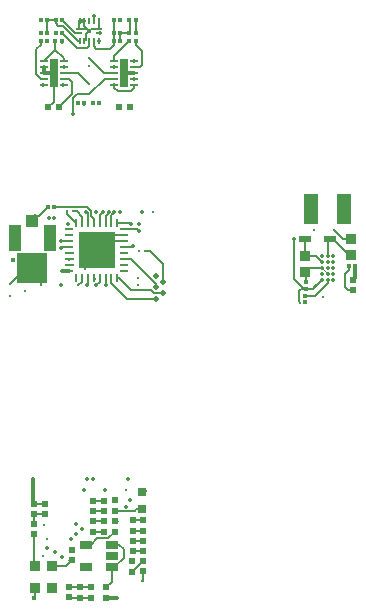
<source format=gbr>
G04 #@! TF.GenerationSoftware,KiCad,Pcbnew,(5.1.4)-1*
G04 #@! TF.CreationDate,2020-08-13T23:55:02-07:00*
G04 #@! TF.ProjectId,Kicad_LFOV_RigidFlex_Assembly,4b696361-645f-44c4-964f-565f52696769,rev?*
G04 #@! TF.SameCoordinates,Original*
G04 #@! TF.FileFunction,Copper,L1,Top*
G04 #@! TF.FilePolarity,Positive*
%FSLAX46Y46*%
G04 Gerber Fmt 4.6, Leading zero omitted, Abs format (unit mm)*
G04 Created by KiCad (PCBNEW (5.1.4)-1) date 2020-08-13 23:55:02*
%MOMM*%
%LPD*%
G04 APERTURE LIST*
%ADD10R,0.680000X0.260000*%
%ADD11R,0.260000X0.680000*%
%ADD12R,3.100000X3.100000*%
%ADD13R,1.060000X0.650000*%
%ADD14C,0.350000*%
%ADD15R,0.630000X0.580000*%
%ADD16R,0.310000X0.340000*%
%ADD17R,1.270000X2.620000*%
%ADD18R,0.870000X0.810000*%
%ADD19R,0.580000X0.630000*%
%ADD20R,1.060000X0.540000*%
%ADD21R,0.710000X0.770000*%
%ADD22R,1.050000X2.200000*%
%ADD23R,1.000000X1.050000*%
%ADD24R,2.500000X2.500000*%
%ADD25R,0.920000X0.890000*%
%ADD26R,0.340000X0.310000*%
%ADD27R,0.560000X0.490000*%
%ADD28R,0.640000X2.390000*%
%ADD29R,0.640000X0.270000*%
%ADD30R,0.220000X0.610000*%
%ADD31R,0.610000X0.220000*%
%ADD32R,0.830000X0.880000*%
%ADD33C,0.508000*%
%ADD34C,0.300000*%
%ADD35C,0.450000*%
%ADD36C,0.304800*%
%ADD37C,0.203200*%
%ADD38C,0.152400*%
%ADD39C,0.152000*%
%ADD40C,0.088900*%
%ADD41C,0.254000*%
G04 APERTURE END LIST*
D10*
X110173900Y-91265640D03*
X110173900Y-90765640D03*
X110173900Y-90265640D03*
X110173900Y-89765640D03*
X110173900Y-89265640D03*
X110173900Y-88765640D03*
X110173900Y-88265640D03*
X110173900Y-87765640D03*
D11*
X109588900Y-87180640D03*
X109088900Y-87180640D03*
X108588900Y-87180640D03*
X108088900Y-87180640D03*
X107588900Y-87180640D03*
X107088900Y-87180640D03*
X106588900Y-87180640D03*
X106088900Y-87180640D03*
D10*
X105503900Y-87765640D03*
X105503900Y-88265640D03*
X105503900Y-88765640D03*
X105503900Y-89265640D03*
X105503900Y-89765640D03*
X105503900Y-90265640D03*
X105503900Y-90765640D03*
X105503900Y-91265640D03*
D11*
X106088900Y-91850640D03*
X106588900Y-91850640D03*
X107088900Y-91850640D03*
X107588900Y-91850640D03*
X108088900Y-91850640D03*
X108588900Y-91850640D03*
X109088900Y-91850640D03*
X109588900Y-91850640D03*
D12*
X107838900Y-89515640D03*
D13*
X106931980Y-116368200D03*
X106931980Y-114468200D03*
X109131980Y-114468200D03*
X109131980Y-115418200D03*
X109131980Y-116368200D03*
D14*
X126882700Y-92032980D03*
X126882700Y-91532980D03*
X126882700Y-91032980D03*
X126882700Y-90532980D03*
X126882700Y-90032980D03*
X127382700Y-92032980D03*
X127382700Y-91532980D03*
X127382700Y-91032980D03*
X127382700Y-90532980D03*
X127382700Y-90032980D03*
X127882700Y-92032980D03*
X127882700Y-91532980D03*
X127882700Y-91032980D03*
X127882700Y-90532980D03*
X127882700Y-90032980D03*
D15*
X129544000Y-92926280D03*
X129544000Y-92036280D03*
D16*
X129719000Y-90847560D03*
X129169000Y-90847560D03*
D17*
X126014860Y-86016480D03*
X128754860Y-86016480D03*
D18*
X129394000Y-89907040D03*
X129394000Y-88547040D03*
D16*
X104258180Y-85893600D03*
X103708180Y-85893600D03*
D15*
X111740380Y-115836800D03*
X111740380Y-116726800D03*
X108463780Y-110731400D03*
X108463780Y-111621400D03*
X108463780Y-113348600D03*
X108463780Y-112458600D03*
D16*
X111142220Y-71141400D03*
X110592220Y-71141400D03*
D15*
X107523980Y-111621400D03*
X107523980Y-110731400D03*
X107523980Y-112484000D03*
X107523980Y-113374000D03*
X106406380Y-118936600D03*
X106406380Y-118046600D03*
X110876780Y-114109600D03*
X110876780Y-114999600D03*
D16*
X103646180Y-71830980D03*
X103096180Y-71830980D03*
D15*
X107320780Y-118046600D03*
X107320780Y-118936600D03*
X111740380Y-114999600D03*
X111740380Y-114109600D03*
X110876780Y-113297800D03*
X110876780Y-112407800D03*
X111740380Y-112407800D03*
X111740380Y-113297800D03*
X102520180Y-111875400D03*
X102520180Y-110985400D03*
D19*
X104642780Y-77405980D03*
X103752780Y-77405980D03*
D15*
X103459980Y-110985400D03*
X103459980Y-111875400D03*
D16*
X111142220Y-69994220D03*
X110592220Y-69994220D03*
X110592220Y-71820820D03*
X111142220Y-71820820D03*
D15*
X105745980Y-114897000D03*
X105745980Y-115787000D03*
X108641580Y-118072000D03*
X108641580Y-118962000D03*
D19*
X109727780Y-77380980D03*
X110617780Y-77380980D03*
D16*
X103091100Y-71125960D03*
X103641100Y-71125960D03*
D15*
X109403580Y-112458600D03*
X109403580Y-113348600D03*
X105491980Y-118021200D03*
X105491980Y-118911200D03*
D20*
X127552500Y-88541240D03*
X125492500Y-88541240D03*
D21*
X111714980Y-111474600D03*
X111714980Y-110014600D03*
D22*
X100920680Y-88525040D03*
X103870680Y-88525040D03*
D23*
X102395680Y-87025040D03*
D24*
X102347420Y-91057420D03*
D25*
X125465100Y-91350480D03*
X125465100Y-90020480D03*
D26*
X125530000Y-92227680D03*
X125530000Y-92777680D03*
X125514760Y-93925760D03*
X125514760Y-93375760D03*
D27*
X110851380Y-115826800D03*
X110851380Y-116736800D03*
X109431480Y-111596200D03*
X109431480Y-110686200D03*
X102494780Y-113587200D03*
X102494780Y-112677200D03*
D16*
X104905540Y-71125960D03*
X104355540Y-71125960D03*
X104360620Y-69994220D03*
X104910620Y-69994220D03*
X103646180Y-69994220D03*
X103096180Y-69994220D03*
X109827060Y-69994220D03*
X109277060Y-69994220D03*
X109827060Y-71153900D03*
X109277060Y-71153900D03*
D28*
X104197780Y-74530980D03*
D29*
X103357780Y-75530980D03*
X103357780Y-75030980D03*
X103357780Y-74530980D03*
X103357780Y-74030980D03*
X103357780Y-73530980D03*
X105037780Y-73530980D03*
X105037780Y-74030980D03*
X105037780Y-74530980D03*
X105037780Y-75030980D03*
X105037780Y-75530980D03*
X109332780Y-73505980D03*
X109332780Y-74005980D03*
X109332780Y-74505980D03*
X109332780Y-75005980D03*
X109332780Y-75505980D03*
X111012780Y-75505980D03*
X111012780Y-75005980D03*
X111012780Y-74505980D03*
X111012780Y-74005980D03*
X111012780Y-73505980D03*
D28*
X110172780Y-74505980D03*
D30*
X106397780Y-71800980D03*
X106797780Y-71800980D03*
X107197780Y-71800980D03*
X107597780Y-71800980D03*
X107997780Y-71800980D03*
D31*
X108042780Y-71155980D03*
X108042780Y-70755980D03*
D30*
X107997780Y-70110980D03*
X107597780Y-70110980D03*
X107197780Y-70110980D03*
X106797780Y-70110980D03*
X106397780Y-70110980D03*
D31*
X106352780Y-70755980D03*
X106352780Y-71155980D03*
D32*
X102638380Y-116276600D03*
X102638380Y-118166600D03*
X104078380Y-118166600D03*
X104078380Y-116276600D03*
D16*
X108065640Y-77097580D03*
X107515640Y-77097580D03*
X106780400Y-77102660D03*
X106230400Y-77102660D03*
X109827060Y-71820820D03*
X109277060Y-71820820D03*
X104895720Y-71819460D03*
X104345720Y-71819460D03*
D33*
X112832540Y-91697502D03*
X113442140Y-92180102D03*
X112832540Y-92662701D03*
X113442140Y-93145301D03*
X112832540Y-93627900D03*
D14*
X103973020Y-87867180D03*
D34*
X105753560Y-114910560D03*
X109113980Y-115428720D03*
X126876200Y-91532400D03*
D35*
X100897080Y-89259100D03*
D34*
X100541480Y-92357900D03*
D35*
X102545580Y-118999600D03*
X129147620Y-85086840D03*
X129147620Y-85965680D03*
X129147620Y-86844520D03*
D34*
X127943660Y-87824960D03*
D35*
X110172780Y-75255980D03*
X110172780Y-73755980D03*
X104197780Y-73780980D03*
X104197780Y-75280980D03*
D34*
X107221680Y-73960680D03*
D14*
X105378910Y-87314730D03*
X111962980Y-109913598D03*
D35*
X129394000Y-88547040D03*
X112835080Y-91697502D03*
D34*
X126881280Y-90028720D03*
D35*
X108821880Y-90032100D03*
X107602680Y-88878100D03*
D34*
X108463780Y-111621400D03*
X106881320Y-91081359D03*
X103139900Y-92431560D03*
X106406380Y-118046600D03*
X110876780Y-114999600D03*
X111703980Y-117526400D03*
X109403580Y-112458600D03*
X107532920Y-113365060D03*
X109592460Y-118973600D03*
X110793780Y-112407800D03*
D14*
X108538960Y-109803600D03*
X103091100Y-71125960D03*
X110617780Y-77380980D03*
D35*
X107169570Y-70955980D03*
D14*
X107997780Y-71800980D03*
X103091100Y-69999300D03*
X109850580Y-86297460D03*
X111012780Y-74505980D03*
X111012780Y-75005980D03*
D34*
X129544000Y-92926280D03*
X126995130Y-93462350D03*
D14*
X102449020Y-108900920D03*
D34*
X109827060Y-71820820D03*
D35*
X100719280Y-90376700D03*
D34*
X109131980Y-114468200D03*
X109431480Y-110686200D03*
X111298380Y-92456960D03*
X110859320Y-116739000D03*
X104052980Y-118127520D03*
D14*
X103271980Y-75548180D03*
D35*
X125611940Y-85086840D03*
X125611940Y-86844520D03*
X125611940Y-85965680D03*
D34*
X126246940Y-87824960D03*
D14*
X103762200Y-86769900D03*
D34*
X112581080Y-86322860D03*
X125171098Y-91350480D03*
D14*
X104910620Y-69994220D03*
D34*
X100541480Y-93369500D03*
X111967080Y-89589300D03*
D14*
X111012780Y-73505980D03*
X106222780Y-77080980D03*
X108065640Y-77097580D03*
X111177780Y-69994220D03*
X129719000Y-90847560D03*
D34*
X125585491Y-93996491D03*
X109827060Y-69994220D03*
X107160720Y-75413560D03*
X105824429Y-86238789D03*
D14*
X105822780Y-77953446D03*
D34*
X105364940Y-86241580D03*
D14*
X105037780Y-74030980D03*
X104910620Y-71855980D03*
X108093440Y-71155980D03*
D34*
X127890798Y-91524882D03*
X127882700Y-92032980D03*
D14*
X111425380Y-87305840D03*
X108844700Y-86315667D03*
D34*
X101735280Y-93018300D03*
X107523980Y-112484000D03*
X103396440Y-112756640D03*
X110885220Y-114109600D03*
X107704280Y-92002300D03*
D14*
X102649680Y-86642900D03*
X110750420Y-87292460D03*
X109335167Y-86315667D03*
X106942280Y-86315667D03*
X104807410Y-92436202D03*
X104807410Y-92436202D03*
X104807410Y-92436202D03*
X104807410Y-92436202D03*
D35*
X112835080Y-92662701D03*
D34*
X110173900Y-90265640D03*
D14*
X104897580Y-115459200D03*
D34*
X110173900Y-90765640D03*
D14*
X110687060Y-110693607D03*
D34*
X110173900Y-91265640D03*
D14*
X110282380Y-111243400D03*
X110904680Y-89182900D03*
D34*
X125083732Y-93998748D03*
D14*
X124587498Y-88593870D03*
D34*
X110281180Y-109803600D03*
D14*
X107515640Y-77097580D03*
X107595060Y-69718880D03*
X107810295Y-86307867D03*
D34*
X111407600Y-89591840D03*
X127389280Y-92037860D03*
X110174620Y-89765640D03*
X107197780Y-70110980D03*
D14*
X106805379Y-77113579D03*
X110500820Y-108885680D03*
X111427920Y-87862780D03*
D34*
X103332980Y-115443600D03*
D14*
X104807410Y-88776500D03*
X104807410Y-89361970D03*
X103644976Y-114738600D03*
D34*
X105817060Y-89767100D03*
X103637780Y-113970400D03*
X105806900Y-90262400D03*
D14*
X104275280Y-115035020D03*
D34*
X105814520Y-90762780D03*
D14*
X105705300Y-113970760D03*
D34*
X104944709Y-91286020D03*
D14*
X106088840Y-113577060D03*
D34*
X106294580Y-92477280D03*
D14*
X107564580Y-108875520D03*
X107048960Y-92472200D03*
X107048960Y-108882678D03*
X106609540Y-113150340D03*
X107798260Y-92500140D03*
X106091380Y-112721080D03*
X108611981Y-92452801D03*
X111689540Y-86325400D03*
D34*
X106083080Y-92002300D03*
X106931980Y-116368200D03*
X110851380Y-115826800D03*
X107494320Y-110731400D03*
X102520180Y-112609280D03*
X105761040Y-115787000D03*
X110839180Y-113335400D03*
X107516180Y-118936600D03*
D14*
X106781180Y-109803600D03*
D34*
X111308540Y-91852440D03*
D14*
X108332297Y-86315667D03*
X104242510Y-86769900D03*
X105011880Y-75520240D03*
X103646180Y-71830980D03*
X109332780Y-74005980D03*
X109703360Y-77356560D03*
D34*
X107211580Y-73219060D03*
D14*
X104355540Y-71125960D03*
X109332780Y-75505980D03*
D36*
X100920680Y-89235500D02*
X100897080Y-89259100D01*
X100920680Y-88525040D02*
X100920680Y-89235500D01*
X100920680Y-88525040D02*
X100920680Y-89100040D01*
D37*
X108588900Y-88765640D02*
X107838900Y-89515640D01*
X110173900Y-88765640D02*
X108588900Y-88765640D01*
X109088900Y-88265640D02*
X107838900Y-89515640D01*
X110173900Y-88265640D02*
X109088900Y-88265640D01*
D38*
X107523980Y-111621400D02*
X108463780Y-111621400D01*
X107549380Y-113348600D02*
X107532920Y-113365060D01*
X108463780Y-113348600D02*
X107549380Y-113348600D01*
X102520180Y-110985400D02*
X103459980Y-110985400D01*
X111740380Y-112407800D02*
X110876780Y-112407800D01*
X111740380Y-114999600D02*
X110876780Y-114999600D01*
X111740380Y-116726800D02*
X111676380Y-116726800D01*
X107320780Y-118046600D02*
X106406380Y-118046600D01*
X106380980Y-118021200D02*
X106406380Y-118046600D01*
X105491980Y-118021200D02*
X106380980Y-118021200D01*
X108641580Y-118962000D02*
X108806180Y-118962000D01*
X109403580Y-112458600D02*
X109403580Y-112458600D01*
X102638380Y-118166600D02*
X102638380Y-118906800D01*
X102638380Y-118906800D02*
X102545580Y-118999600D01*
X111968980Y-109760600D02*
X111714980Y-110014600D01*
D39*
X126882700Y-90032980D02*
X126882700Y-90007580D01*
X129519000Y-92926280D02*
X129544000Y-92926280D01*
X129169000Y-90847560D02*
X129169000Y-90862560D01*
X128665740Y-88547040D02*
X127943660Y-87824960D01*
X129394000Y-88547040D02*
X128665740Y-88547040D01*
X129077000Y-92926280D02*
X128822500Y-92671780D01*
X129544000Y-92926280D02*
X129077000Y-92926280D01*
X129169000Y-91169560D02*
X129169000Y-90847560D01*
X128822500Y-91516060D02*
X129169000Y-91169560D01*
X128822500Y-92671780D02*
X128822500Y-91516060D01*
D40*
X111197780Y-75005980D02*
X111012780Y-75005980D01*
X106397780Y-70110980D02*
X106397780Y-70305980D01*
D39*
X104197780Y-75877980D02*
X104197780Y-74530980D01*
X104197780Y-76935980D02*
X104197780Y-75877980D01*
X103752780Y-77380980D02*
X104197780Y-76935980D01*
X103752780Y-77405980D02*
X103752780Y-77380980D01*
X110617780Y-77380980D02*
X110617780Y-77380980D01*
X103197780Y-69994220D02*
X103197780Y-69979220D01*
X110577180Y-71047220D02*
X110589680Y-71034720D01*
X109827060Y-71153900D02*
X110569560Y-71153900D01*
X103091100Y-69999300D02*
X103091100Y-69999300D01*
X103091100Y-71141200D02*
X103091100Y-71141200D01*
X106397780Y-70110980D02*
X106797780Y-70110980D01*
X106797780Y-70110980D02*
X106797780Y-70555980D01*
X106997780Y-70755980D02*
X107022520Y-70780720D01*
X106352780Y-70755980D02*
X106997780Y-70755980D01*
X106797780Y-70555980D02*
X107022520Y-70780720D01*
X108042780Y-70155980D02*
X107997780Y-70110980D01*
X108042780Y-70755980D02*
X108042780Y-70155980D01*
D36*
X102429959Y-110895179D02*
X102520180Y-110985400D01*
X102429959Y-109256663D02*
X102429959Y-110895179D01*
D38*
X111714980Y-110014600D02*
X111861978Y-110014600D01*
X111861978Y-110014600D02*
X111962980Y-109913598D01*
D39*
X126882700Y-90007580D02*
X126882700Y-90007580D01*
D38*
X108463780Y-111621400D02*
X108463780Y-111621400D01*
D37*
X103139900Y-91849900D02*
X102347420Y-91057420D01*
X103139900Y-92431560D02*
X103139900Y-91849900D01*
X101841960Y-91057420D02*
X102347420Y-91057420D01*
X100541480Y-92357900D02*
X101841960Y-91057420D01*
D38*
X110876780Y-114999600D02*
X110876780Y-114999600D01*
X111740380Y-117490000D02*
X111703980Y-117526400D01*
X111740380Y-116726800D02*
X111740380Y-117490000D01*
X109403580Y-112458600D02*
X109635540Y-112458600D01*
X107532920Y-113365060D02*
X107523980Y-113374000D01*
D36*
X109580860Y-118962000D02*
X109592460Y-118973600D01*
X108641580Y-118962000D02*
X109580860Y-118962000D01*
D38*
X109454380Y-112407800D02*
X109403580Y-112458600D01*
X110876780Y-112407800D02*
X110793780Y-112407800D01*
D39*
X103091100Y-71141200D02*
X103091100Y-71141200D01*
D40*
X107047780Y-70955980D02*
X107169570Y-70955980D01*
D38*
X106909979Y-71688781D02*
X106909979Y-71215571D01*
D39*
X107169570Y-70927770D02*
X107169570Y-70955980D01*
D38*
X106797780Y-71800980D02*
X106909979Y-71688781D01*
X106909979Y-71215571D02*
X106944571Y-71180979D01*
D39*
X107369570Y-70755980D02*
X107169570Y-70955980D01*
D38*
X106944571Y-71180979D02*
X107169570Y-70955980D01*
D39*
X108042780Y-70755980D02*
X107369570Y-70755980D01*
X107022520Y-70780720D02*
X107169570Y-70927770D01*
X103091100Y-69999300D02*
X103096180Y-69994220D01*
D38*
X110627780Y-71095680D02*
X110582060Y-71141400D01*
X110627780Y-69994220D02*
X110627780Y-71095680D01*
D36*
X111012780Y-74505980D02*
X111012780Y-74505980D01*
X103357780Y-74030980D02*
X103357780Y-74530980D01*
X103357780Y-74530980D02*
X104197780Y-74530980D01*
X106397780Y-70110980D02*
X106768779Y-70110980D01*
D37*
X106352780Y-70155980D02*
X106397780Y-70110980D01*
X106352780Y-70755980D02*
X106352780Y-70155980D01*
D36*
X111012780Y-74505980D02*
X110172780Y-74505980D01*
D40*
X111012780Y-75005980D02*
X111012780Y-75005980D01*
D36*
X102429959Y-109256663D02*
X102429959Y-108919981D01*
X102429959Y-108919981D02*
X102449020Y-108900920D01*
D38*
X109827060Y-71153900D02*
X109827060Y-71820820D01*
X108666580Y-118072000D02*
X108641580Y-118072000D01*
X109131980Y-117606600D02*
X108666580Y-118072000D01*
X109131980Y-116368200D02*
X109131980Y-116388620D01*
X109131980Y-117204000D02*
X109131980Y-117606600D01*
X109131980Y-116388620D02*
X109131980Y-117204000D01*
D37*
X109336980Y-116368200D02*
X109131980Y-116368200D01*
X110132520Y-115572660D02*
X109336980Y-116368200D01*
X110132520Y-114841980D02*
X110132520Y-115572660D01*
X109131980Y-114468200D02*
X109758740Y-114468200D01*
X109758740Y-114468200D02*
X110132520Y-114841980D01*
D38*
X111740380Y-115847800D02*
X110851380Y-116736800D01*
X111740380Y-115836800D02*
X111740380Y-115847800D01*
X104052980Y-118344400D02*
X104052980Y-118127520D01*
D39*
X125120100Y-91695480D02*
X125465100Y-91350480D01*
X125782600Y-91032980D02*
X125465100Y-91350480D01*
X126882700Y-91032980D02*
X125782600Y-91032980D01*
D40*
X127382700Y-91532980D02*
X126882700Y-91032980D01*
D39*
X129635300Y-90846880D02*
X129630900Y-90842480D01*
X129630900Y-90857480D02*
X129630900Y-90842480D01*
X129691180Y-90875380D02*
X129719000Y-90847560D01*
D40*
X125561140Y-93896240D02*
X125561140Y-94002240D01*
D39*
X125561140Y-93962960D02*
X125561140Y-94002240D01*
X125561140Y-91446520D02*
X125465100Y-91350480D01*
X125465100Y-91350480D02*
X125450100Y-91350480D01*
X106197780Y-77105980D02*
X106222780Y-77080980D01*
X111012780Y-73505980D02*
X111012780Y-73505980D01*
D37*
X108065640Y-77097580D02*
X108065640Y-77097580D01*
X125530000Y-91415380D02*
X125465100Y-91350480D01*
X125530000Y-92227680D02*
X125530000Y-91415380D01*
D41*
X125465100Y-91350480D02*
X125168360Y-91350480D01*
D37*
X125514760Y-93925760D02*
X125554662Y-93925760D01*
D36*
X129719000Y-91861280D02*
X129719000Y-90847560D01*
X129544000Y-92036280D02*
X129719000Y-91861280D01*
D39*
X104910620Y-69994220D02*
X104910620Y-69994220D01*
D38*
X104910620Y-70009220D02*
X104910620Y-69994220D01*
X106230400Y-77102660D02*
X106226202Y-77102660D01*
X106226202Y-77102660D02*
X106204043Y-77080501D01*
D37*
X112325280Y-89589300D02*
X111967080Y-89589300D01*
X113442140Y-90706160D02*
X112325280Y-89589300D01*
X113442140Y-92180102D02*
X113442140Y-90706160D01*
D39*
X111012780Y-73505980D02*
X111012780Y-73505980D01*
X106222780Y-77080980D02*
X106222780Y-77080980D01*
X111139680Y-71034720D02*
X111139680Y-71034720D01*
D38*
X106017738Y-71155980D02*
X106352780Y-71155980D01*
X104910620Y-70048862D02*
X106017738Y-71155980D01*
X104910620Y-69994220D02*
X104910620Y-70048862D01*
X111177780Y-71095680D02*
X111132060Y-71141400D01*
X111177780Y-69994220D02*
X111177780Y-69994220D01*
X111177780Y-69994220D02*
X111177780Y-71095680D01*
D39*
X129719000Y-90847560D02*
X129719000Y-90847560D01*
X127613460Y-88480280D02*
X127552500Y-88541240D01*
X127382700Y-88711040D02*
X127552500Y-88541240D01*
X127382700Y-90032980D02*
X127382700Y-88711040D01*
X127812500Y-88541240D02*
X127552500Y-88541240D01*
X129178300Y-89907040D02*
X127812500Y-88541240D01*
X129394000Y-89907040D02*
X129178300Y-89907040D01*
X104360620Y-69994220D02*
X104360620Y-70012802D01*
D38*
X103646180Y-69994220D02*
X104360620Y-69994220D01*
X103641100Y-69999300D02*
X103646180Y-69994220D01*
X103641100Y-71125960D02*
X103641100Y-69999300D01*
X106262738Y-71800980D02*
X106397780Y-71800980D01*
X104998518Y-70536760D02*
X106262738Y-71800980D01*
X104580760Y-70536760D02*
X104998518Y-70536760D01*
X104360620Y-69994220D02*
X104360620Y-70316620D01*
X104360620Y-70316620D02*
X104580760Y-70536760D01*
D39*
X107597780Y-72257980D02*
X107795780Y-72455980D01*
X107597780Y-71800980D02*
X107597780Y-72257980D01*
D38*
X109287950Y-71143010D02*
X109277060Y-71153900D01*
X109277060Y-69994220D02*
X109277060Y-71153900D01*
X109277060Y-71153900D02*
X109277060Y-71820820D01*
X109277060Y-71820820D02*
X109277060Y-72143220D01*
X108964300Y-72455980D02*
X107795780Y-72455980D01*
X109277060Y-72143220D02*
X108964300Y-72455980D01*
D37*
X106278140Y-74530980D02*
X107160720Y-75413560D01*
X105037780Y-74530980D02*
X106278140Y-74530980D01*
D38*
X106588900Y-87180640D02*
X106588900Y-86913458D01*
D39*
X109332780Y-75005980D02*
X108672780Y-75005980D01*
D38*
X106139449Y-86238789D02*
X105824429Y-86238789D01*
X106588900Y-87180640D02*
X106588900Y-86688240D01*
X106588900Y-86688240D02*
X106139449Y-86238789D01*
X105822780Y-77953446D02*
X105822780Y-77953446D01*
X105822780Y-77741314D02*
X105822780Y-77953446D01*
X108503020Y-75005980D02*
X107206440Y-76302560D01*
X108672780Y-75005980D02*
X108503020Y-75005980D01*
X107206440Y-76302560D02*
X106154880Y-76302560D01*
X106154880Y-76302560D02*
X105824680Y-76632760D01*
X105824680Y-76632760D02*
X105824680Y-77739414D01*
X105824680Y-77739414D02*
X105822780Y-77741314D01*
D39*
X105037780Y-74030980D02*
X105037780Y-74030980D01*
D38*
X106088900Y-86970640D02*
X106080189Y-86961929D01*
X106088900Y-87180640D02*
X106088900Y-86970640D01*
X106088900Y-87180640D02*
X105364940Y-86456680D01*
X105364940Y-86456680D02*
X105364940Y-86241580D01*
D39*
X105037780Y-74030980D02*
X105037780Y-74030980D01*
D40*
X104910620Y-71830980D02*
X104910620Y-71830980D01*
X108042780Y-71155980D02*
X108237780Y-71155980D01*
D39*
X108042780Y-71155980D02*
X108093440Y-71155980D01*
D40*
X104910620Y-71830980D02*
X104910620Y-71855980D01*
X104910620Y-71855980D02*
X104910620Y-71855980D01*
D39*
X107197780Y-72257980D02*
X107197780Y-71800980D01*
X107024780Y-72430980D02*
X107197780Y-72257980D01*
X106315958Y-72430980D02*
X107024780Y-72430980D01*
D38*
X106195560Y-72430980D02*
X106315958Y-72430980D01*
X104905540Y-71140960D02*
X106195560Y-72430980D01*
X104905540Y-71125960D02*
X104905540Y-71140960D01*
D39*
X126370200Y-90020480D02*
X125465100Y-90020480D01*
X126882700Y-90532980D02*
X126370200Y-90020480D01*
X125465100Y-88568640D02*
X125492500Y-88541240D01*
X125465100Y-90020480D02*
X125465100Y-88568640D01*
D37*
X127890798Y-91524882D02*
X127890798Y-91524882D01*
X127890798Y-91524882D02*
X127882700Y-91532980D01*
X127874420Y-92041260D02*
X127882700Y-92032980D01*
X127882700Y-92032980D02*
X127882700Y-92032980D01*
D38*
X108438380Y-112484000D02*
X108463780Y-112458600D01*
X107523980Y-112484000D02*
X107523980Y-112484000D01*
X110813780Y-114046600D02*
X110876780Y-114109600D01*
X110876780Y-114109600D02*
X110885220Y-114109600D01*
X108588900Y-86599097D02*
X108588900Y-87180640D01*
X108844700Y-86343297D02*
X108588900Y-86599097D01*
X107523980Y-112484000D02*
X108438380Y-112484000D01*
X110885220Y-114109600D02*
X111740380Y-114109600D01*
D37*
X102958880Y-86642900D02*
X103708180Y-85893600D01*
X102649680Y-86642900D02*
X102649680Y-86642900D01*
X102649680Y-86642900D02*
X102958880Y-86642900D01*
D38*
X109588900Y-87180640D02*
X109604940Y-87180640D01*
X110638600Y-87180640D02*
X110750420Y-87292460D01*
X109588900Y-87180640D02*
X110638600Y-87180640D01*
X109088900Y-86580013D02*
X109335167Y-86333746D01*
X109088900Y-87180640D02*
X109088900Y-86580013D01*
X107088900Y-86383120D02*
X106942280Y-86236500D01*
X107088900Y-87180640D02*
X107088900Y-86383120D01*
X106942280Y-86236500D02*
X106942280Y-86236500D01*
X110173900Y-90265640D02*
X110173900Y-90265640D01*
D37*
X112832540Y-92381080D02*
X112832540Y-92662701D01*
X110717100Y-90265640D02*
X112832540Y-92381080D01*
X110173900Y-90265640D02*
X110717100Y-90265640D01*
D38*
X110173900Y-90765640D02*
X110173900Y-90765640D01*
X110173900Y-90765640D02*
X110383900Y-90765640D01*
D37*
X110221878Y-91313618D02*
X110173900Y-91265640D01*
X110173900Y-91265640D02*
X110173900Y-91265640D01*
D39*
X125561140Y-92758320D02*
X125546140Y-92758320D01*
X126882700Y-92032980D02*
X126882700Y-92116800D01*
X107597780Y-70110980D02*
X107597780Y-70110980D01*
D38*
X107515640Y-77082580D02*
X107515640Y-77097580D01*
D37*
X126138000Y-92777680D02*
X126882700Y-92032980D01*
X125530000Y-92777680D02*
X126138000Y-92777680D01*
X126882700Y-92032980D02*
X126187678Y-92728002D01*
X110173900Y-89265640D02*
X110821940Y-89265640D01*
X110821940Y-89265640D02*
X110904680Y-89182900D01*
X124940720Y-93855736D02*
X125083732Y-93998748D01*
X124940720Y-92993760D02*
X124940720Y-93855736D01*
X125530000Y-92777680D02*
X125156800Y-92777680D01*
X125156800Y-92777680D02*
X124940720Y-92993760D01*
X124587498Y-88841357D02*
X124587498Y-88593870D01*
X125530000Y-92777680D02*
X125389238Y-92777680D01*
X125389238Y-92777680D02*
X124587498Y-91975940D01*
X124587498Y-91975940D02*
X124587498Y-88841357D01*
D39*
X107597780Y-70110980D02*
X107597780Y-70110980D01*
D38*
X107515640Y-77097580D02*
X107515640Y-77097580D01*
D37*
X107595060Y-70108260D02*
X107597780Y-70110980D01*
X107595060Y-69718880D02*
X107595060Y-70108260D01*
D39*
X125561140Y-93412960D02*
X125546140Y-93412960D01*
X106805379Y-77113579D02*
X106805379Y-77113579D01*
X107197780Y-70110980D02*
X107197780Y-70110980D01*
D37*
X110173900Y-89765640D02*
X110174620Y-89765640D01*
D39*
X106772780Y-77080980D02*
X106772780Y-77080980D01*
D37*
X127382700Y-92280467D02*
X127382700Y-92032980D01*
X126287407Y-93375760D02*
X127382700Y-92280467D01*
X125514760Y-93375760D02*
X126287407Y-93375760D01*
D39*
X107197780Y-70110980D02*
X107197780Y-70110980D01*
X106805379Y-77113579D02*
X106772780Y-77080980D01*
D38*
X110173900Y-87765640D02*
X111330780Y-87765640D01*
X111330780Y-87765640D02*
X111427920Y-87862780D01*
X105503900Y-88765640D02*
X104819540Y-88765640D01*
X104819540Y-88765640D02*
X104808680Y-88776500D01*
X104808680Y-88776500D02*
X104808680Y-88776500D01*
X104903740Y-89265640D02*
X104808680Y-89360700D01*
X105503900Y-89265640D02*
X104903740Y-89265640D01*
D37*
X105503900Y-90265640D02*
X105454549Y-90314991D01*
D36*
X104965089Y-91265640D02*
X104944709Y-91286020D01*
X105503900Y-91265640D02*
X104965089Y-91265640D01*
D38*
X106637480Y-91899220D02*
X106588900Y-91850640D01*
X106588900Y-91850640D02*
X106588900Y-92182960D01*
X106588900Y-92182960D02*
X106294580Y-92477280D01*
X107088900Y-92432260D02*
X107048960Y-92472200D01*
X107088900Y-91850640D02*
X107088900Y-92432260D01*
X108092898Y-91854638D02*
X108088900Y-91850640D01*
X108088900Y-91850640D02*
X108088900Y-92209500D01*
X108088900Y-92209500D02*
X107798260Y-92500140D01*
X108588900Y-91850640D02*
X108588900Y-92384149D01*
X108588900Y-92384149D02*
X108628580Y-92423829D01*
X113082930Y-93145301D02*
X113442140Y-93145301D01*
X112676074Y-93145301D02*
X113082930Y-93145301D01*
X112400739Y-92869966D02*
X112676074Y-93145301D01*
X110709180Y-92869966D02*
X112400739Y-92869966D01*
X109689854Y-91850640D02*
X110709180Y-92869966D01*
X109588900Y-91850640D02*
X109689854Y-91850640D01*
X112473330Y-93627900D02*
X112832540Y-93627900D01*
X110373760Y-93627900D02*
X112473330Y-93627900D01*
X109088900Y-92343040D02*
X110373760Y-93627900D01*
X109088900Y-91850640D02*
X109088900Y-92343040D01*
X108463780Y-110731400D02*
X107523980Y-110731400D01*
X103358380Y-111977000D02*
X103459980Y-111875400D01*
X110839180Y-113335400D02*
X110839180Y-113335400D01*
X110876780Y-113297800D02*
X111740380Y-113297800D01*
X106406380Y-118936600D02*
X107320780Y-118936600D01*
X104134380Y-116332600D02*
X104078380Y-116276600D01*
X105745980Y-115787000D02*
X105504180Y-115787000D01*
X110851380Y-115826800D02*
X110851380Y-115826800D01*
D41*
X105745980Y-115787000D02*
X105761040Y-115787000D01*
D37*
X106088900Y-91850640D02*
X106088900Y-92089558D01*
X106083080Y-91856460D02*
X106088900Y-91850640D01*
X106083080Y-92002300D02*
X106083080Y-91856460D01*
X105256380Y-116276600D02*
X105745980Y-115787000D01*
X104078380Y-116276600D02*
X105256380Y-116276600D01*
X105517380Y-118936600D02*
X105491980Y-118911200D01*
X106406380Y-118936600D02*
X105517380Y-118936600D01*
D38*
X106931980Y-116368200D02*
X106931980Y-116368200D01*
X107136980Y-116368200D02*
X106931980Y-116368200D01*
X107320780Y-118936600D02*
X107516180Y-118936600D01*
X107494320Y-110731400D02*
X107494320Y-110731400D01*
X107494320Y-110731400D02*
X107523980Y-110731400D01*
X102520180Y-112651800D02*
X102494780Y-112677200D01*
X102520180Y-112609280D02*
X102520180Y-112651800D01*
D37*
X102520180Y-111875400D02*
X102520180Y-112609280D01*
X102520180Y-111875400D02*
X103459980Y-111875400D01*
D38*
X110839180Y-113335400D02*
X110876780Y-113297800D01*
X104565580Y-85893600D02*
X104258180Y-85893600D01*
X107026530Y-85893600D02*
X104565580Y-85893600D01*
X107343742Y-86210812D02*
X107026530Y-85893600D01*
X107343742Y-86668300D02*
X107343742Y-86210812D01*
X107588900Y-86913458D02*
X107343742Y-86668300D01*
X107588900Y-87180640D02*
X107588900Y-86913458D01*
X108088900Y-87180640D02*
X108088900Y-86574330D01*
X108088900Y-86574330D02*
X108332297Y-86330933D01*
D39*
X103646180Y-71830980D02*
X103646180Y-71830980D01*
X103646180Y-71830980D02*
X103646180Y-71830980D01*
X103096180Y-71845980D02*
X103096180Y-71830980D01*
X103357780Y-75030980D02*
X103105958Y-75030980D01*
X103105958Y-75030980D02*
X102720800Y-74645822D01*
D38*
X102720800Y-72528760D02*
X102720800Y-74645822D01*
X103096180Y-72153380D02*
X102720800Y-72528760D01*
X103096180Y-71830980D02*
X103096180Y-72153380D01*
D40*
X104447780Y-77405980D02*
X104447780Y-77380980D01*
X105037780Y-75030980D02*
X105222780Y-75030980D01*
D39*
X105509780Y-75030980D02*
X105764380Y-75285580D01*
X105037780Y-75030980D02*
X105509780Y-75030980D01*
X104642780Y-77380980D02*
X104642780Y-77405980D01*
X105764380Y-76259380D02*
X104642780Y-77380980D01*
X105764380Y-75285580D02*
X105764380Y-76259380D01*
X109332780Y-73505980D02*
X109332780Y-73125980D01*
D38*
X109332780Y-73095260D02*
X109332780Y-73125980D01*
X110592220Y-71835820D02*
X109332780Y-73095260D01*
X110592220Y-71820820D02*
X110592220Y-71835820D01*
D40*
X111012780Y-74005980D02*
X111207812Y-74005980D01*
D39*
X111646360Y-73844400D02*
X111646360Y-72754180D01*
X111012780Y-74005980D02*
X111484780Y-74005980D01*
X111484780Y-74005980D02*
X111646360Y-73844400D01*
D38*
X111646360Y-72647360D02*
X111646360Y-72754180D01*
X111142220Y-72143220D02*
X111646360Y-72647360D01*
X111142220Y-71820820D02*
X111142220Y-72143220D01*
D39*
X109332780Y-74005980D02*
X109332780Y-74005980D01*
X109332780Y-74005980D02*
X109332780Y-74005980D01*
X109703360Y-77356560D02*
X109727780Y-77380980D01*
D38*
X107356380Y-114468200D02*
X106931980Y-114468200D01*
X107904980Y-113919600D02*
X107356380Y-114468200D01*
X108794962Y-113919600D02*
X107904980Y-113919600D01*
X109403580Y-113348600D02*
X109365962Y-113348600D01*
X109365962Y-113348600D02*
X108794962Y-113919600D01*
X111670780Y-111474600D02*
X111714980Y-111474600D01*
X109863880Y-111596200D02*
X109431480Y-111596200D01*
X111085980Y-111596200D02*
X109863880Y-111596200D01*
X111207580Y-111474600D02*
X111085980Y-111596200D01*
X111714980Y-111474600D02*
X111207580Y-111474600D01*
D37*
X108498500Y-74505980D02*
X107211580Y-73219060D01*
X109332780Y-74505980D02*
X108498500Y-74505980D01*
D40*
X105037780Y-73307080D02*
X105037780Y-73530980D01*
D38*
X104345720Y-72239240D02*
X104345720Y-71819460D01*
X104345720Y-72141860D02*
X104345720Y-71819460D01*
X104345720Y-72551520D02*
X104345720Y-72141860D01*
X105037780Y-73243580D02*
X104345720Y-72551520D01*
X105037780Y-73530980D02*
X105037780Y-73243580D01*
X104345720Y-72543040D02*
X103357780Y-73530980D01*
X104345720Y-71819460D02*
X104345720Y-72543040D01*
X102494780Y-116133000D02*
X102638380Y-116276600D01*
X102494780Y-113587200D02*
X102494780Y-116133000D01*
D39*
X111012780Y-75505980D02*
X111012780Y-75505980D01*
X104355540Y-71141200D02*
X104355540Y-71141200D01*
D38*
X111012780Y-75793380D02*
X111012780Y-75505980D01*
X110722040Y-76084120D02*
X111012780Y-75793380D01*
X109623520Y-76084120D02*
X110722040Y-76084120D01*
X109332780Y-75505980D02*
X109332780Y-75505980D01*
X109332780Y-75793380D02*
X109623520Y-76084120D01*
D39*
X104355540Y-71141200D02*
X104355540Y-71141200D01*
D38*
X109332780Y-75505980D02*
X109332780Y-75793380D01*
M02*

</source>
